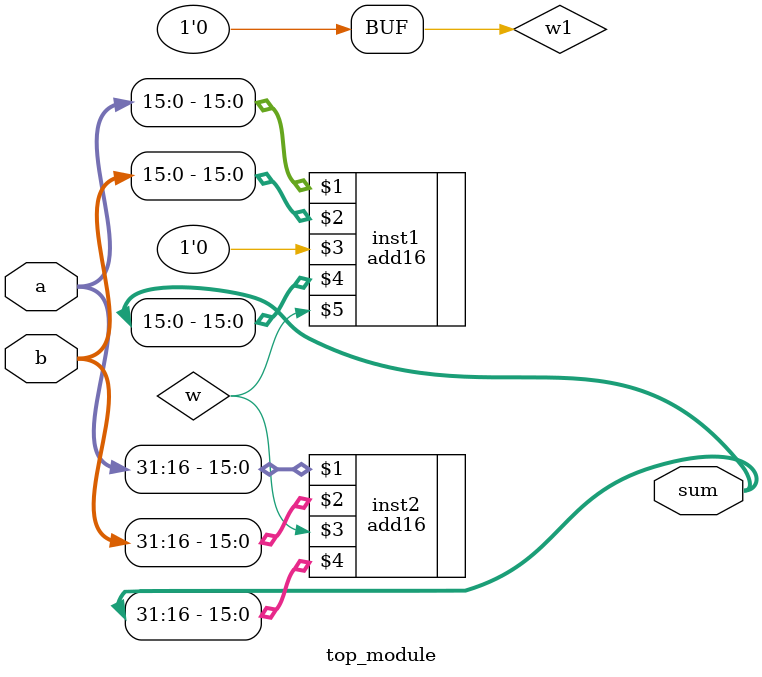
<source format=v>
module top_module(
    input [31:0] a,
    input [31:0] b,
    output [31:0] sum
);
    wire w,w1;
    assign w1 = 1'b0;
    add16 inst1( a[15:0], b[15:0], w1, sum[15:0], w);
    add16 inst2( a[31:16], b[31:16], w, sum[31:16]);
endmodule

</source>
